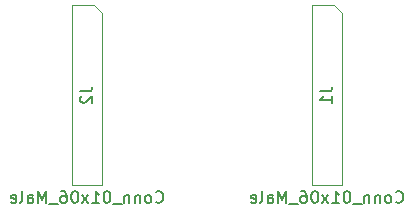
<source format=gbr>
G04 #@! TF.GenerationSoftware,KiCad,Pcbnew,(5.0.1)-3*
G04 #@! TF.CreationDate,2018-12-06T00:17:23+01:00*
G04 #@! TF.ProjectId,air602bob,616972363032626F622E6B696361645F,rev?*
G04 #@! TF.SameCoordinates,Original*
G04 #@! TF.FileFunction,Other,Fab,Bot*
%FSLAX46Y46*%
G04 Gerber Fmt 4.6, Leading zero omitted, Abs format (unit mm)*
G04 Created by KiCad (PCBNEW (5.0.1)-3) date 06/12/2018 00:17:23*
%MOMM*%
%LPD*%
G01*
G04 APERTURE LIST*
%ADD10C,0.100000*%
%ADD11C,0.150000*%
G04 APERTURE END LIST*
D10*
G04 #@! TO.C,J2*
X64770000Y-92075000D02*
X64135000Y-91440000D01*
X64770000Y-106680000D02*
X64770000Y-92075000D01*
X62230000Y-106680000D02*
X64770000Y-106680000D01*
X62230000Y-91440000D02*
X62230000Y-106680000D01*
X64135000Y-91440000D02*
X62230000Y-91440000D01*
G04 #@! TO.C,J1*
X84455000Y-91440000D02*
X82550000Y-91440000D01*
X82550000Y-91440000D02*
X82550000Y-106680000D01*
X82550000Y-106680000D02*
X85090000Y-106680000D01*
X85090000Y-106680000D02*
X85090000Y-92075000D01*
X85090000Y-92075000D02*
X84455000Y-91440000D01*
G04 #@! TD*
G04 #@! TO.C,J2*
D11*
X69333333Y-108097142D02*
X69380952Y-108144761D01*
X69523809Y-108192380D01*
X69619047Y-108192380D01*
X69761904Y-108144761D01*
X69857142Y-108049523D01*
X69904761Y-107954285D01*
X69952380Y-107763809D01*
X69952380Y-107620952D01*
X69904761Y-107430476D01*
X69857142Y-107335238D01*
X69761904Y-107240000D01*
X69619047Y-107192380D01*
X69523809Y-107192380D01*
X69380952Y-107240000D01*
X69333333Y-107287619D01*
X68761904Y-108192380D02*
X68857142Y-108144761D01*
X68904761Y-108097142D01*
X68952380Y-108001904D01*
X68952380Y-107716190D01*
X68904761Y-107620952D01*
X68857142Y-107573333D01*
X68761904Y-107525714D01*
X68619047Y-107525714D01*
X68523809Y-107573333D01*
X68476190Y-107620952D01*
X68428571Y-107716190D01*
X68428571Y-108001904D01*
X68476190Y-108097142D01*
X68523809Y-108144761D01*
X68619047Y-108192380D01*
X68761904Y-108192380D01*
X68000000Y-107525714D02*
X68000000Y-108192380D01*
X68000000Y-107620952D02*
X67952380Y-107573333D01*
X67857142Y-107525714D01*
X67714285Y-107525714D01*
X67619047Y-107573333D01*
X67571428Y-107668571D01*
X67571428Y-108192380D01*
X67095238Y-107525714D02*
X67095238Y-108192380D01*
X67095238Y-107620952D02*
X67047619Y-107573333D01*
X66952380Y-107525714D01*
X66809523Y-107525714D01*
X66714285Y-107573333D01*
X66666666Y-107668571D01*
X66666666Y-108192380D01*
X66428571Y-108287619D02*
X65666666Y-108287619D01*
X65238095Y-107192380D02*
X65142857Y-107192380D01*
X65047619Y-107240000D01*
X65000000Y-107287619D01*
X64952380Y-107382857D01*
X64904761Y-107573333D01*
X64904761Y-107811428D01*
X64952380Y-108001904D01*
X65000000Y-108097142D01*
X65047619Y-108144761D01*
X65142857Y-108192380D01*
X65238095Y-108192380D01*
X65333333Y-108144761D01*
X65380952Y-108097142D01*
X65428571Y-108001904D01*
X65476190Y-107811428D01*
X65476190Y-107573333D01*
X65428571Y-107382857D01*
X65380952Y-107287619D01*
X65333333Y-107240000D01*
X65238095Y-107192380D01*
X63952380Y-108192380D02*
X64523809Y-108192380D01*
X64238095Y-108192380D02*
X64238095Y-107192380D01*
X64333333Y-107335238D01*
X64428571Y-107430476D01*
X64523809Y-107478095D01*
X63619047Y-108192380D02*
X63095238Y-107525714D01*
X63619047Y-107525714D02*
X63095238Y-108192380D01*
X62523809Y-107192380D02*
X62428571Y-107192380D01*
X62333333Y-107240000D01*
X62285714Y-107287619D01*
X62238095Y-107382857D01*
X62190476Y-107573333D01*
X62190476Y-107811428D01*
X62238095Y-108001904D01*
X62285714Y-108097142D01*
X62333333Y-108144761D01*
X62428571Y-108192380D01*
X62523809Y-108192380D01*
X62619047Y-108144761D01*
X62666666Y-108097142D01*
X62714285Y-108001904D01*
X62761904Y-107811428D01*
X62761904Y-107573333D01*
X62714285Y-107382857D01*
X62666666Y-107287619D01*
X62619047Y-107240000D01*
X62523809Y-107192380D01*
X61333333Y-107192380D02*
X61523809Y-107192380D01*
X61619047Y-107240000D01*
X61666666Y-107287619D01*
X61761904Y-107430476D01*
X61809523Y-107620952D01*
X61809523Y-108001904D01*
X61761904Y-108097142D01*
X61714285Y-108144761D01*
X61619047Y-108192380D01*
X61428571Y-108192380D01*
X61333333Y-108144761D01*
X61285714Y-108097142D01*
X61238095Y-108001904D01*
X61238095Y-107763809D01*
X61285714Y-107668571D01*
X61333333Y-107620952D01*
X61428571Y-107573333D01*
X61619047Y-107573333D01*
X61714285Y-107620952D01*
X61761904Y-107668571D01*
X61809523Y-107763809D01*
X61047619Y-108287619D02*
X60285714Y-108287619D01*
X60047619Y-108192380D02*
X60047619Y-107192380D01*
X59714285Y-107906666D01*
X59380952Y-107192380D01*
X59380952Y-108192380D01*
X58476190Y-108192380D02*
X58476190Y-107668571D01*
X58523809Y-107573333D01*
X58619047Y-107525714D01*
X58809523Y-107525714D01*
X58904761Y-107573333D01*
X58476190Y-108144761D02*
X58571428Y-108192380D01*
X58809523Y-108192380D01*
X58904761Y-108144761D01*
X58952380Y-108049523D01*
X58952380Y-107954285D01*
X58904761Y-107859047D01*
X58809523Y-107811428D01*
X58571428Y-107811428D01*
X58476190Y-107763809D01*
X57857142Y-108192380D02*
X57952380Y-108144761D01*
X58000000Y-108049523D01*
X58000000Y-107192380D01*
X57095238Y-108144761D02*
X57190476Y-108192380D01*
X57380952Y-108192380D01*
X57476190Y-108144761D01*
X57523809Y-108049523D01*
X57523809Y-107668571D01*
X57476190Y-107573333D01*
X57380952Y-107525714D01*
X57190476Y-107525714D01*
X57095238Y-107573333D01*
X57047619Y-107668571D01*
X57047619Y-107763809D01*
X57523809Y-107859047D01*
X62952380Y-98726666D02*
X63666666Y-98726666D01*
X63809523Y-98679047D01*
X63904761Y-98583809D01*
X63952380Y-98440952D01*
X63952380Y-98345714D01*
X63047619Y-99155238D02*
X63000000Y-99202857D01*
X62952380Y-99298095D01*
X62952380Y-99536190D01*
X63000000Y-99631428D01*
X63047619Y-99679047D01*
X63142857Y-99726666D01*
X63238095Y-99726666D01*
X63380952Y-99679047D01*
X63952380Y-99107619D01*
X63952380Y-99726666D01*
G04 #@! TO.C,J1*
X89653333Y-108097142D02*
X89700952Y-108144761D01*
X89843809Y-108192380D01*
X89939047Y-108192380D01*
X90081904Y-108144761D01*
X90177142Y-108049523D01*
X90224761Y-107954285D01*
X90272380Y-107763809D01*
X90272380Y-107620952D01*
X90224761Y-107430476D01*
X90177142Y-107335238D01*
X90081904Y-107240000D01*
X89939047Y-107192380D01*
X89843809Y-107192380D01*
X89700952Y-107240000D01*
X89653333Y-107287619D01*
X89081904Y-108192380D02*
X89177142Y-108144761D01*
X89224761Y-108097142D01*
X89272380Y-108001904D01*
X89272380Y-107716190D01*
X89224761Y-107620952D01*
X89177142Y-107573333D01*
X89081904Y-107525714D01*
X88939047Y-107525714D01*
X88843809Y-107573333D01*
X88796190Y-107620952D01*
X88748571Y-107716190D01*
X88748571Y-108001904D01*
X88796190Y-108097142D01*
X88843809Y-108144761D01*
X88939047Y-108192380D01*
X89081904Y-108192380D01*
X88320000Y-107525714D02*
X88320000Y-108192380D01*
X88320000Y-107620952D02*
X88272380Y-107573333D01*
X88177142Y-107525714D01*
X88034285Y-107525714D01*
X87939047Y-107573333D01*
X87891428Y-107668571D01*
X87891428Y-108192380D01*
X87415238Y-107525714D02*
X87415238Y-108192380D01*
X87415238Y-107620952D02*
X87367619Y-107573333D01*
X87272380Y-107525714D01*
X87129523Y-107525714D01*
X87034285Y-107573333D01*
X86986666Y-107668571D01*
X86986666Y-108192380D01*
X86748571Y-108287619D02*
X85986666Y-108287619D01*
X85558095Y-107192380D02*
X85462857Y-107192380D01*
X85367619Y-107240000D01*
X85320000Y-107287619D01*
X85272380Y-107382857D01*
X85224761Y-107573333D01*
X85224761Y-107811428D01*
X85272380Y-108001904D01*
X85320000Y-108097142D01*
X85367619Y-108144761D01*
X85462857Y-108192380D01*
X85558095Y-108192380D01*
X85653333Y-108144761D01*
X85700952Y-108097142D01*
X85748571Y-108001904D01*
X85796190Y-107811428D01*
X85796190Y-107573333D01*
X85748571Y-107382857D01*
X85700952Y-107287619D01*
X85653333Y-107240000D01*
X85558095Y-107192380D01*
X84272380Y-108192380D02*
X84843809Y-108192380D01*
X84558095Y-108192380D02*
X84558095Y-107192380D01*
X84653333Y-107335238D01*
X84748571Y-107430476D01*
X84843809Y-107478095D01*
X83939047Y-108192380D02*
X83415238Y-107525714D01*
X83939047Y-107525714D02*
X83415238Y-108192380D01*
X82843809Y-107192380D02*
X82748571Y-107192380D01*
X82653333Y-107240000D01*
X82605714Y-107287619D01*
X82558095Y-107382857D01*
X82510476Y-107573333D01*
X82510476Y-107811428D01*
X82558095Y-108001904D01*
X82605714Y-108097142D01*
X82653333Y-108144761D01*
X82748571Y-108192380D01*
X82843809Y-108192380D01*
X82939047Y-108144761D01*
X82986666Y-108097142D01*
X83034285Y-108001904D01*
X83081904Y-107811428D01*
X83081904Y-107573333D01*
X83034285Y-107382857D01*
X82986666Y-107287619D01*
X82939047Y-107240000D01*
X82843809Y-107192380D01*
X81653333Y-107192380D02*
X81843809Y-107192380D01*
X81939047Y-107240000D01*
X81986666Y-107287619D01*
X82081904Y-107430476D01*
X82129523Y-107620952D01*
X82129523Y-108001904D01*
X82081904Y-108097142D01*
X82034285Y-108144761D01*
X81939047Y-108192380D01*
X81748571Y-108192380D01*
X81653333Y-108144761D01*
X81605714Y-108097142D01*
X81558095Y-108001904D01*
X81558095Y-107763809D01*
X81605714Y-107668571D01*
X81653333Y-107620952D01*
X81748571Y-107573333D01*
X81939047Y-107573333D01*
X82034285Y-107620952D01*
X82081904Y-107668571D01*
X82129523Y-107763809D01*
X81367619Y-108287619D02*
X80605714Y-108287619D01*
X80367619Y-108192380D02*
X80367619Y-107192380D01*
X80034285Y-107906666D01*
X79700952Y-107192380D01*
X79700952Y-108192380D01*
X78796190Y-108192380D02*
X78796190Y-107668571D01*
X78843809Y-107573333D01*
X78939047Y-107525714D01*
X79129523Y-107525714D01*
X79224761Y-107573333D01*
X78796190Y-108144761D02*
X78891428Y-108192380D01*
X79129523Y-108192380D01*
X79224761Y-108144761D01*
X79272380Y-108049523D01*
X79272380Y-107954285D01*
X79224761Y-107859047D01*
X79129523Y-107811428D01*
X78891428Y-107811428D01*
X78796190Y-107763809D01*
X78177142Y-108192380D02*
X78272380Y-108144761D01*
X78320000Y-108049523D01*
X78320000Y-107192380D01*
X77415238Y-108144761D02*
X77510476Y-108192380D01*
X77700952Y-108192380D01*
X77796190Y-108144761D01*
X77843809Y-108049523D01*
X77843809Y-107668571D01*
X77796190Y-107573333D01*
X77700952Y-107525714D01*
X77510476Y-107525714D01*
X77415238Y-107573333D01*
X77367619Y-107668571D01*
X77367619Y-107763809D01*
X77843809Y-107859047D01*
X83272380Y-98726666D02*
X83986666Y-98726666D01*
X84129523Y-98679047D01*
X84224761Y-98583809D01*
X84272380Y-98440952D01*
X84272380Y-98345714D01*
X84272380Y-99726666D02*
X84272380Y-99155238D01*
X84272380Y-99440952D02*
X83272380Y-99440952D01*
X83415238Y-99345714D01*
X83510476Y-99250476D01*
X83558095Y-99155238D01*
G04 #@! TD*
M02*

</source>
